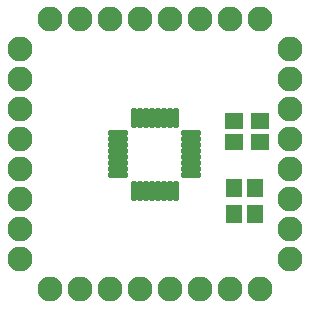
<source format=gts>
%FSLAX24Y24*%
%MOIN*%
G70*
G01*
G75*
G04 Layer_Color=8388736*
%ADD10R,0.0551X0.0472*%
%ADD11R,0.0472X0.0551*%
%ADD12O,0.0630X0.0118*%
%ADD13O,0.0118X0.0630*%
%ADD14C,0.0118*%
%ADD15C,0.0750*%
%ADD16C,0.0098*%
%ADD17C,0.0236*%
%ADD18C,0.0100*%
%ADD19C,0.0079*%
%ADD20R,0.0631X0.0552*%
%ADD21R,0.0552X0.0631*%
%ADD22O,0.0710X0.0198*%
%ADD23O,0.0198X0.0710*%
%ADD24C,0.0830*%
D20*
X13640Y10104D02*
D03*
Y9396D02*
D03*
X14500Y10104D02*
D03*
Y9396D02*
D03*
D21*
X13646Y7860D02*
D03*
X14354D02*
D03*
X13646Y7000D02*
D03*
X14354D02*
D03*
D22*
X9780Y9689D02*
D03*
Y9492D02*
D03*
Y9295D02*
D03*
Y9098D02*
D03*
Y8902D02*
D03*
Y8705D02*
D03*
Y8508D02*
D03*
Y8311D02*
D03*
X12220D02*
D03*
Y8508D02*
D03*
Y8705D02*
D03*
Y8902D02*
D03*
Y9098D02*
D03*
Y9295D02*
D03*
Y9492D02*
D03*
Y9689D02*
D03*
D23*
X10311Y7780D02*
D03*
X10508D02*
D03*
X10705D02*
D03*
X10902D02*
D03*
X11098D02*
D03*
X11295D02*
D03*
X11492D02*
D03*
X11689D02*
D03*
Y10220D02*
D03*
X11492D02*
D03*
X11295D02*
D03*
X11098D02*
D03*
X10902D02*
D03*
X10705D02*
D03*
X10508D02*
D03*
X10311D02*
D03*
D24*
X7500Y13500D02*
D03*
X8500D02*
D03*
X9500D02*
D03*
X10500D02*
D03*
X11500D02*
D03*
X12500D02*
D03*
X13500D02*
D03*
X14500D02*
D03*
X6500Y5500D02*
D03*
Y6500D02*
D03*
Y7500D02*
D03*
Y8500D02*
D03*
Y9500D02*
D03*
Y10500D02*
D03*
Y11500D02*
D03*
Y12500D02*
D03*
X15500D02*
D03*
Y11500D02*
D03*
Y10500D02*
D03*
Y9500D02*
D03*
Y8500D02*
D03*
Y7500D02*
D03*
Y6500D02*
D03*
Y5500D02*
D03*
X14500Y4500D02*
D03*
X13500D02*
D03*
X12500D02*
D03*
X11500D02*
D03*
X10500D02*
D03*
X9500D02*
D03*
X8500D02*
D03*
X7500D02*
D03*
M02*

</source>
